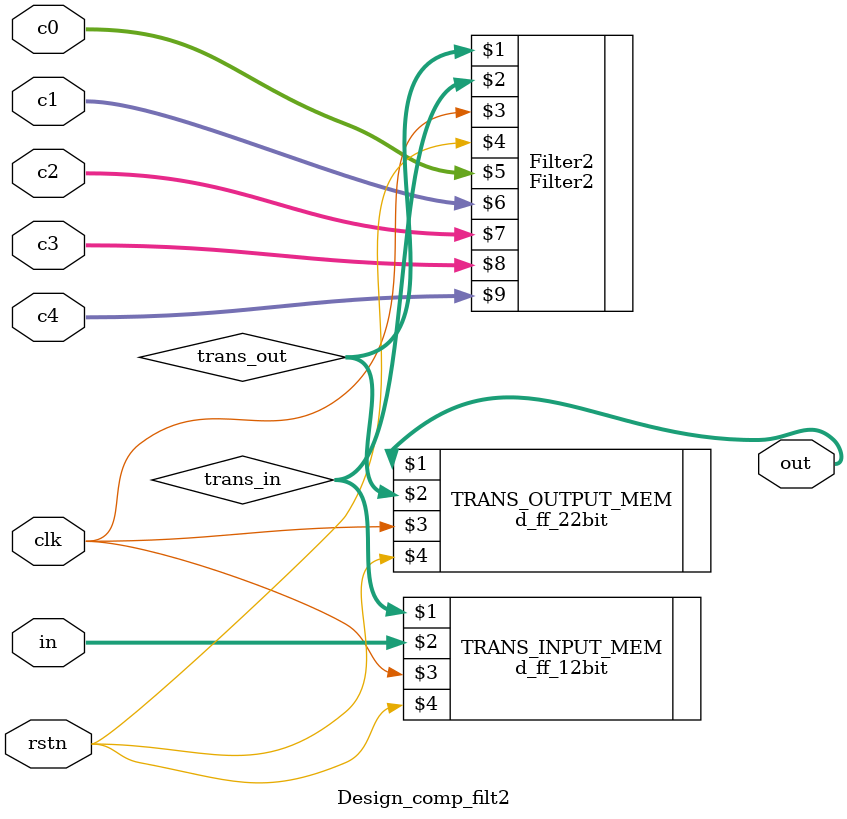
<source format=v>
`include "Filter2.v"

module Design_comp_filt2(out, in, clk, rstn, c0, c1, c2, c3, c4 );

    output [22-1:0] out;
    input clk, rstn;
    input [12-1:0] in;
    input signed[12-1:0] c0, c1, c2, c3, c4;

    wire [22-1:0] trans_out;

    wire [12-1:0] trans_in;
    // SRAM을 모두 FF으로 바꾼다.
    d_ff_12bit TRANS_INPUT_MEM(trans_in, in, clk, rstn);

    Filter2 Filter2(trans_out, trans_in, clk, rstn, c0, c1, c2, c3, c4);

    d_ff_22bit TRANS_OUTPUT_MEM(out, trans_out, clk, rstn);


endmodule

</source>
